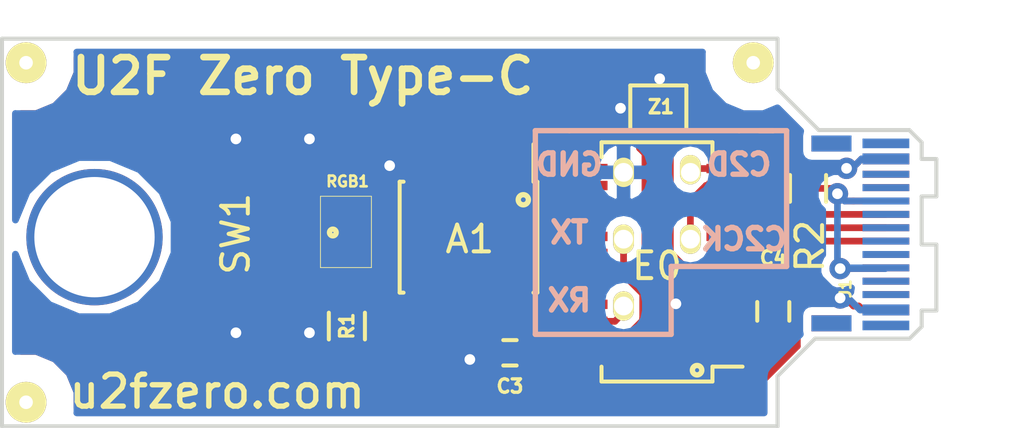
<source format=kicad_pcb>
(kicad_pcb (version 4) (host pcbnew 4.0.5)

  (general
    (links 45)
    (no_connects 5)
    (area 35.174999 28.924999 70.275001 43.575001)
    (thickness 0.8)
    (drawings 41)
    (tracks 242)
    (zones 0)
    (modules 18)
    (nets 42)
  )

  (page User 101.6 101.6)
  (layers
    (0 F.Cu signal)
    (31 B.Cu signal)
    (32 B.Adhes user)
    (33 F.Adhes user)
    (34 B.Paste user)
    (35 F.Paste user)
    (36 B.SilkS user)
    (37 F.SilkS user)
    (38 B.Mask user)
    (39 F.Mask user)
    (40 Dwgs.User user)
    (41 Cmts.User user)
    (42 Eco1.User user)
    (43 Eco2.User user)
    (44 Edge.Cuts user)
    (45 Margin user)
    (46 B.CrtYd user)
    (47 F.CrtYd user)
    (48 B.Fab user)
    (49 F.Fab user)
  )

  (setup
    (last_trace_width 0.25)
    (user_trace_width 0.16)
    (user_trace_width 0.2)
    (trace_clearance 0.153)
    (zone_clearance 0.508)
    (zone_45_only no)
    (trace_min 0.15)
    (segment_width 0.2)
    (edge_width 0.15)
    (via_size 0.8)
    (via_drill 0.4)
    (via_min_size 0.4)
    (via_min_drill 0.3)
    (user_via 5.1 4.5)
    (uvia_size 0.3)
    (uvia_drill 0.1)
    (uvias_allowed no)
    (uvia_min_size 0.2)
    (uvia_min_drill 0.1)
    (pcb_text_width 0.3)
    (pcb_text_size 1.5 1.5)
    (mod_edge_width 0.15)
    (mod_text_size 1 1)
    (mod_text_width 0.15)
    (pad_size 0.78 1.1)
    (pad_drill 0.7)
    (pad_to_mask_clearance 0.1)
    (pad_to_paste_clearance -0.003)
    (aux_axis_origin 36.15 42.6)
    (visible_elements 7FFEFF3F)
    (pcbplotparams
      (layerselection 0x010f0_80000001)
      (usegerberextensions false)
      (excludeedgelayer true)
      (linewidth 0.100000)
      (plotframeref false)
      (viasonmask false)
      (mode 1)
      (useauxorigin false)
      (hpglpennumber 1)
      (hpglpenspeed 20)
      (hpglpendiameter 15)
      (hpglpenoverlay 2)
      (psnegative false)
      (psa4output false)
      (plotreference true)
      (plotvalue true)
      (plotinvisibletext false)
      (padsonsilk false)
      (subtractmaskfromsilk false)
      (outputformat 1)
      (mirror false)
      (drillshape 0)
      (scaleselection 1)
      (outputdirectory gerbers/))
  )

  (net 0 "")
  (net 1 /+5V)
  (net 2 "Net-(A1-Pad7)")
  (net 3 "Net-(A1-Pad6)")
  (net 4 "Net-(A1-Pad5)")
  (net 5 GND)
  (net 6 "Net-(A1-Pad3)")
  (net 7 "Net-(A1-Pad2)")
  (net 8 "Net-(A1-Pad1)")
  (net 9 /HD+)
  (net 10 /HD-)
  (net 11 "Net-(R1-Pad2)")
  (net 12 "Net-(Z1-Pad1)")
  (net 13 /C2CK)
  (net 14 /C2D)
  (net 15 /RX)
  (net 16 /TX)
  (net 17 "Net-(E0-Pad1)")
  (net 18 "Net-(E0-Pad10)")
  (net 19 "Net-(E0-Pad13)")
  (net 20 "Net-(E0-Pad15)")
  (net 21 "Net-(E0-Pad16)")
  (net 22 "Net-(E0-Pad17)")
  (net 23 "Net-(E0-Pad18)")
  (net 24 "Net-(E0-Pad19)")
  (net 25 "Net-(E0-Pad20)")
  (net 26 "Net-(E0-Pad21)")
  (net 27 "Net-(E0-Pad24)")
  (net 28 "Net-(E0-Pad7)")
  (net 29 "Net-(J1-PadSH)")
  (net 30 "Net-(J1-PadA11)")
  (net 31 "Net-(J1-PadA10)")
  (net 32 "Net-(J1-PadA8)")
  (net 33 "Net-(J1-PadA5)")
  (net 34 "Net-(J1-PadA3)")
  (net 35 "Net-(J1-PadA2)")
  (net 36 "Net-(J1-PadB2)")
  (net 37 "Net-(J1-PadB3)")
  (net 38 "Net-(J1-PadB5)")
  (net 39 "Net-(J1-PadB8)")
  (net 40 "Net-(J1-PadB10)")
  (net 41 "Net-(J1-PadB11)")

  (net_class Default "This is the default net class."
    (clearance 0.153)
    (trace_width 0.25)
    (via_dia 0.8)
    (via_drill 0.4)
    (uvia_dia 0.3)
    (uvia_drill 0.1)
    (add_net /+5V)
    (add_net /C2CK)
    (add_net /C2D)
    (add_net /HD+)
    (add_net /HD-)
    (add_net /RX)
    (add_net /TX)
    (add_net GND)
    (add_net "Net-(A1-Pad1)")
    (add_net "Net-(A1-Pad2)")
    (add_net "Net-(A1-Pad3)")
    (add_net "Net-(A1-Pad5)")
    (add_net "Net-(A1-Pad6)")
    (add_net "Net-(A1-Pad7)")
    (add_net "Net-(E0-Pad1)")
    (add_net "Net-(E0-Pad10)")
    (add_net "Net-(E0-Pad13)")
    (add_net "Net-(E0-Pad15)")
    (add_net "Net-(E0-Pad16)")
    (add_net "Net-(E0-Pad17)")
    (add_net "Net-(E0-Pad18)")
    (add_net "Net-(E0-Pad19)")
    (add_net "Net-(E0-Pad20)")
    (add_net "Net-(E0-Pad21)")
    (add_net "Net-(E0-Pad24)")
    (add_net "Net-(E0-Pad7)")
    (add_net "Net-(J1-PadA10)")
    (add_net "Net-(J1-PadA11)")
    (add_net "Net-(J1-PadA2)")
    (add_net "Net-(J1-PadA3)")
    (add_net "Net-(J1-PadA5)")
    (add_net "Net-(J1-PadA8)")
    (add_net "Net-(J1-PadB10)")
    (add_net "Net-(J1-PadB11)")
    (add_net "Net-(J1-PadB2)")
    (add_net "Net-(J1-PadB3)")
    (add_net "Net-(J1-PadB5)")
    (add_net "Net-(J1-PadB8)")
    (add_net "Net-(J1-PadSH)")
    (add_net "Net-(R1-Pad2)")
    (add_net "Net-(Z1-Pad1)")
  )

  (module Capacitors_SMD:C_0402 (layer F.Cu) (tedit 5705CECD) (tstamp 5686DC1D)
    (at 54.25 40.75 180)
    (descr "Capacitor SMD 0402, reflow soldering, AVX (see smccp.pdf)")
    (tags "capacitor 0402")
    (path /56857DEB)
    (attr smd)
    (fp_text reference C3 (at 0 -1.25 180) (layer F.SilkS)
      (effects (font (size 0.5 0.5) (thickness 0.125)))
    )
    (fp_text value 0.1uF (at 0 1.7 180) (layer F.Fab)
      (effects (font (size 1 1) (thickness 0.15)))
    )
    (fp_line (start -1.15 -0.6) (end 1.15 -0.6) (layer F.CrtYd) (width 0.05))
    (fp_line (start -1.15 0.6) (end 1.15 0.6) (layer F.CrtYd) (width 0.05))
    (fp_line (start -1.15 -0.6) (end -1.15 0.6) (layer F.CrtYd) (width 0.05))
    (fp_line (start 1.15 -0.6) (end 1.15 0.6) (layer F.CrtYd) (width 0.05))
    (fp_line (start 0.25 -0.475) (end -0.25 -0.475) (layer F.SilkS) (width 0.15))
    (fp_line (start -0.25 0.475) (end 0.25 0.475) (layer F.SilkS) (width 0.15))
    (pad 1 smd rect (at -0.55 0 180) (size 0.6 0.5) (layers F.Cu F.Paste F.Mask)
      (net 1 /+5V))
    (pad 2 smd rect (at 0.55 0 180) (size 0.6 0.5) (layers F.Cu F.Paste F.Mask)
      (net 5 GND))
    (model Capacitors_SMD.3dshapes/C_0402.wrl
      (at (xyz 0 0 0))
      (scale (xyz 1 1 1))
      (rotate (xyz 0 0 0))
    )
  )

  (module Capacitors_SMD:C_0603 (layer F.Cu) (tedit 5705CECA) (tstamp 5686DC23)
    (at 64.1 39.2 90)
    (descr "Capacitor SMD 0603, reflow soldering, AVX (see smccp.pdf)")
    (tags "capacitor 0603")
    (path /56857E44)
    (attr smd)
    (fp_text reference C4 (at 2 0 180) (layer F.SilkS)
      (effects (font (size 0.5 0.5) (thickness 0.125)))
    )
    (fp_text value 4.7uF (at 0 1.9 90) (layer F.Fab)
      (effects (font (size 1 1) (thickness 0.15)))
    )
    (fp_line (start -1.45 -0.75) (end 1.45 -0.75) (layer F.CrtYd) (width 0.05))
    (fp_line (start -1.45 0.75) (end 1.45 0.75) (layer F.CrtYd) (width 0.05))
    (fp_line (start -1.45 -0.75) (end -1.45 0.75) (layer F.CrtYd) (width 0.05))
    (fp_line (start 1.45 -0.75) (end 1.45 0.75) (layer F.CrtYd) (width 0.05))
    (fp_line (start -0.35 -0.6) (end 0.35 -0.6) (layer F.SilkS) (width 0.15))
    (fp_line (start 0.35 0.6) (end -0.35 0.6) (layer F.SilkS) (width 0.15))
    (pad 1 smd rect (at -0.75 0 90) (size 0.8 0.75) (layers F.Cu F.Paste F.Mask)
      (net 5 GND))
    (pad 2 smd rect (at 0.75 0 90) (size 0.8 0.75) (layers F.Cu F.Paste F.Mask)
      (net 1 /+5V))
    (model Capacitors_SMD.3dshapes/C_0603.wrl
      (at (xyz 0 0 0))
      (scale (xyz 1 1 1))
      (rotate (xyz 0 0 0))
    )
  )

  (module Resistors_SMD:R_0603 (layer F.Cu) (tedit 5705BCA1) (tstamp 5686DC42)
    (at 48.15 39.75 90)
    (descr "Resistor SMD 0603, reflow soldering, Vishay (see dcrcw.pdf)")
    (tags "resistor 0603")
    (path /56857B9B)
    (attr smd)
    (fp_text reference R1 (at 0 0 270) (layer F.SilkS)
      (effects (font (size 0.5 0.5) (thickness 0.125)))
    )
    (fp_text value 100 (at 0 1.9 90) (layer F.Fab)
      (effects (font (size 1 1) (thickness 0.15)))
    )
    (fp_line (start -1.3 -0.8) (end 1.3 -0.8) (layer F.CrtYd) (width 0.05))
    (fp_line (start -1.3 0.8) (end 1.3 0.8) (layer F.CrtYd) (width 0.05))
    (fp_line (start -1.3 -0.8) (end -1.3 0.8) (layer F.CrtYd) (width 0.05))
    (fp_line (start 1.3 -0.8) (end 1.3 0.8) (layer F.CrtYd) (width 0.05))
    (fp_line (start 0.5 0.675) (end -0.5 0.675) (layer F.SilkS) (width 0.15))
    (fp_line (start -0.5 -0.675) (end 0.5 -0.675) (layer F.SilkS) (width 0.15))
    (pad 1 smd rect (at -0.75 0 90) (size 0.5 0.9) (layers F.Cu F.Paste F.Mask)
      (net 1 /+5V))
    (pad 2 smd rect (at 0.75 0 90) (size 0.5 0.9) (layers F.Cu F.Paste F.Mask)
      (net 11 "Net-(R1-Pad2)"))
    (model Resistors_SMD.3dshapes/R_0603.wrl
      (at (xyz 0 0 0))
      (scale (xyz 1 1 1))
      (rotate (xyz 0 0 0))
    )
  )

  (module TO_SOT_Packages_SMD:SOT-553 (layer F.Cu) (tedit 5705CEBA) (tstamp 5686DC5B)
    (at 59.8 31.6)
    (descr SOT553)
    (path /56857EAF)
    (attr smd)
    (fp_text reference Z1 (at 0.1 -0.05) (layer F.SilkS)
      (effects (font (size 0.5 0.5) (thickness 0.125)))
    )
    (fp_text value DF5A5.6JE (at 0 1.34874) (layer F.Fab)
      (effects (font (size 1 1) (thickness 0.15)))
    )
    (fp_line (start -1.04902 -0.8509) (end 1.04902 -0.8509) (layer F.SilkS) (width 0.15))
    (fp_line (start 1.04902 -0.8509) (end 1.04902 0.8509) (layer F.SilkS) (width 0.15))
    (fp_line (start 1.04902 0.8509) (end -1.04902 0.8509) (layer F.SilkS) (width 0.15))
    (fp_line (start -1.04902 0.8509) (end -1.04902 -0.8509) (layer F.SilkS) (width 0.15))
    (pad 1 smd rect (at -0.70104 -0.50038) (size 0.44958 0.29972) (layers F.Cu F.Paste F.Mask)
      (net 12 "Net-(Z1-Pad1)"))
    (pad 3 smd rect (at -0.70104 0.50038) (size 0.44958 0.29972) (layers F.Cu F.Paste F.Mask)
      (net 1 /+5V))
    (pad 5 smd rect (at 0.70104 -0.50038) (size 0.44958 0.29972) (layers F.Cu F.Paste F.Mask)
      (net 9 /HD+))
    (pad 2 smd rect (at -0.70104 0) (size 0.44958 0.29972) (layers F.Cu F.Paste F.Mask)
      (net 5 GND))
    (pad 4 smd rect (at 0.70104 0.50038) (size 0.44958 0.29972) (layers F.Cu F.Paste F.Mask)
      (net 10 /HD-))
    (model TO_SOT_Packages_SMD.3dshapes/SOT-553.wrl
      (at (xyz 0 0 0))
      (scale (xyz 0.77 0.65 0.7))
      (rotate (xyz 0 0 90))
    )
  )

  (module Housings_SOIC:SOIC-8_3.9x4.9mm_Pitch1.27mm (layer F.Cu) (tedit 5705BD2C) (tstamp 5705B9E7)
    (at 52.7 36.425 270)
    (descr "8-Lead Plastic Small Outline (SN) - Narrow, 3.90 mm Body [SOIC] (see Microchip Packaging Specification 00000049BS.pdf)")
    (tags "SOIC 1.27")
    (path /56857313)
    (attr smd)
    (fp_text reference A1 (at 0.075 -0.05 360) (layer F.SilkS)
      (effects (font (size 1 1) (thickness 0.15)))
    )
    (fp_text value ATECC508A (at 0 3.5 270) (layer F.Fab)
      (effects (font (size 1 1) (thickness 0.15)))
    )
    (fp_line (start -3.75 -2.75) (end -3.75 2.75) (layer F.CrtYd) (width 0.05))
    (fp_line (start 3.75 -2.75) (end 3.75 2.75) (layer F.CrtYd) (width 0.05))
    (fp_line (start -3.75 -2.75) (end 3.75 -2.75) (layer F.CrtYd) (width 0.05))
    (fp_line (start -3.75 2.75) (end 3.75 2.75) (layer F.CrtYd) (width 0.05))
    (fp_line (start -2.075 -2.575) (end -2.075 -2.43) (layer F.SilkS) (width 0.15))
    (fp_line (start 2.075 -2.575) (end 2.075 -2.43) (layer F.SilkS) (width 0.15))
    (fp_line (start 2.075 2.575) (end 2.075 2.43) (layer F.SilkS) (width 0.15))
    (fp_line (start -2.075 2.575) (end -2.075 2.43) (layer F.SilkS) (width 0.15))
    (fp_line (start -2.075 -2.575) (end 2.075 -2.575) (layer F.SilkS) (width 0.15))
    (fp_line (start -2.075 2.575) (end 2.075 2.575) (layer F.SilkS) (width 0.15))
    (fp_line (start -2.075 -2.43) (end -3.475 -2.43) (layer F.SilkS) (width 0.15))
    (pad 1 smd rect (at -2.7 -1.905 270) (size 1.55 0.6) (layers F.Cu F.Paste F.Mask)
      (net 8 "Net-(A1-Pad1)"))
    (pad 2 smd rect (at -2.7 -0.635 270) (size 1.55 0.6) (layers F.Cu F.Paste F.Mask)
      (net 7 "Net-(A1-Pad2)"))
    (pad 3 smd rect (at -2.7 0.635 270) (size 1.55 0.6) (layers F.Cu F.Paste F.Mask)
      (net 6 "Net-(A1-Pad3)"))
    (pad 4 smd rect (at -2.7 1.905 270) (size 1.55 0.6) (layers F.Cu F.Paste F.Mask)
      (net 5 GND))
    (pad 5 smd rect (at 2.7 1.905 270) (size 1.55 0.6) (layers F.Cu F.Paste F.Mask)
      (net 4 "Net-(A1-Pad5)"))
    (pad 6 smd rect (at 2.7 0.635 270) (size 1.55 0.6) (layers F.Cu F.Paste F.Mask)
      (net 3 "Net-(A1-Pad6)"))
    (pad 7 smd rect (at 2.7 -0.635 270) (size 1.55 0.6) (layers F.Cu F.Paste F.Mask)
      (net 2 "Net-(A1-Pad7)"))
    (pad 8 smd rect (at 2.7 -1.905 270) (size 1.55 0.6) (layers F.Cu F.Paste F.Mask)
      (net 1 /+5V))
    (model Housings_SOIC.3dshapes/SOIC-8_3.9x4.9mm_Pitch1.27mm.wrl
      (at (xyz 0 0 0))
      (scale (xyz 1 1 1))
      (rotate (xyz 0 0 0))
    )
  )

  (module footprints:debug (layer F.Cu) (tedit 58286ACE) (tstamp 5705B9EC)
    (at 61 36.5)
    (path /56A3F8D6)
    (fp_text reference C2CK1 (at 0.63 -1.5) (layer F.SilkS) hide
      (effects (font (size 1 1) (thickness 0.15)))
    )
    (fp_text value debug-pin (at 1.75 1.25) (layer F.Fab)
      (effects (font (size 1 1) (thickness 0.15)))
    )
    (pad 1 thru_hole oval (at 0 0) (size 0.78 1.1) (drill 0.7) (layers *.Cu *.Mask F.SilkS)
      (net 13 /C2CK))
  )

  (module footprints:debug (layer F.Cu) (tedit 58286B0A) (tstamp 5705B9F1)
    (at 61 34)
    (path /56A3F90D)
    (fp_text reference C2D1 (at 0.7 -5.75) (layer F.SilkS) hide
      (effects (font (size 1 1) (thickness 0.15)))
    )
    (fp_text value debug-pin (at 1.75 1.25) (layer F.Fab)
      (effects (font (size 1 1) (thickness 0.15)))
    )
    (pad 1 thru_hole oval (at 0 0) (size 0.78 1.1) (drill 0.7 (offset 0 -0.1)) (layers *.Cu *.Mask F.SilkS)
      (net 14 /C2D))
  )

  (module footprints:debug (layer F.Cu) (tedit 58286AE9) (tstamp 5705BA1D)
    (at 58.5 39)
    (path /56A3F89E)
    (fp_text reference RX1 (at 0.63 -1.5) (layer F.SilkS) hide
      (effects (font (size 1 1) (thickness 0.15)))
    )
    (fp_text value debug-pin (at 1.75 1.25) (layer F.Fab)
      (effects (font (size 1 1) (thickness 0.15)))
    )
    (pad 1 thru_hole oval (at 0 0) (size 0.78 1.1) (drill 0.7) (layers *.Cu *.Mask F.SilkS)
      (net 15 /RX))
  )

  (module footprints:debug (layer F.Cu) (tedit 58286AE3) (tstamp 5705BA22)
    (at 58.5 36.5)
    (path /56A3F7EB)
    (fp_text reference TX1 (at 0.63 -1.5) (layer F.SilkS) hide
      (effects (font (size 1 1) (thickness 0.15)))
    )
    (fp_text value debug-pin (at 1.75 1.25) (layer F.Fab)
      (effects (font (size 1 1) (thickness 0.15)))
    )
    (pad 1 thru_hole oval (at 0 0) (size 0.78 1.1) (drill 0.7) (layers *.Cu *.Mask F.SilkS)
      (net 16 /TX))
  )

  (module footprints:debug (layer F.Cu) (tedit 58286ADD) (tstamp 5705D0B1)
    (at 58.5 34)
    (path /570602D3)
    (fp_text reference GND1 (at 0.63 -1.5) (layer F.SilkS) hide
      (effects (font (size 1 1) (thickness 0.15)))
    )
    (fp_text value debug-pin (at 1.75 1.25) (layer F.Fab)
      (effects (font (size 1 1) (thickness 0.15)))
    )
    (pad 1 thru_hole oval (at 0 0) (size 0.78 1.1) (drill 0.7) (layers *.Cu *.Mask F.SilkS)
      (net 5 GND))
  )

  (module footprints:QSOP-24_3.9x8.7mm_Pitch0.635mm_fat (layer F.Cu) (tedit 571C16FD) (tstamp 571C25E8)
    (at 59.75 37.35 180)
    (descr "SSOP24: plastic shrink small outline package; 24 leads; body width 3.9 mm; lead pitch 0.635; (see NXP SSOP-TSSOP-VSO-REFLOW.pdf and sot556-1_po.pdf)")
    (tags "SSOP 0.635")
    (path /5705BC18)
    (attr smd)
    (fp_text reference E0 (at 0 -0.15 180) (layer F.SilkS)
      (effects (font (size 1 1) (thickness 0.15)))
    )
    (fp_text value EFM8UB1_24pin (at 0 5.4 180) (layer F.Fab)
      (effects (font (size 1 1) (thickness 0.15)))
    )
    (fp_line (start -3.45 -4.65) (end -3.45 4.65) (layer F.CrtYd) (width 0.05))
    (fp_line (start 3.45 -4.65) (end 3.45 4.65) (layer F.CrtYd) (width 0.05))
    (fp_line (start -3.45 -4.65) (end 3.45 -4.65) (layer F.CrtYd) (width 0.05))
    (fp_line (start -3.45 4.65) (end 3.45 4.65) (layer F.CrtYd) (width 0.05))
    (fp_line (start -2.075 -4.475) (end -2.075 -3.9175) (layer F.SilkS) (width 0.15))
    (fp_line (start 2.075 -4.475) (end 2.075 -3.9175) (layer F.SilkS) (width 0.15))
    (fp_line (start 2.075 4.475) (end 2.075 3.9175) (layer F.SilkS) (width 0.15))
    (fp_line (start -2.075 4.475) (end -2.075 3.9175) (layer F.SilkS) (width 0.15))
    (fp_line (start -2.075 -4.475) (end 2.075 -4.475) (layer F.SilkS) (width 0.15))
    (fp_line (start -2.075 4.475) (end 2.075 4.475) (layer F.SilkS) (width 0.15))
    (fp_line (start -2.075 -3.9175) (end -3.2 -3.9175) (layer F.SilkS) (width 0.15))
    (pad 1 smd rect (at -2.6 -3.4925 180) (size 1.5 0.35) (layers F.Cu F.Paste F.Mask)
      (net 17 "Net-(E0-Pad1)"))
    (pad 2 smd rect (at -2.6 -2.8575 180) (size 1.5 0.35) (layers F.Cu F.Paste F.Mask)
      (net 3 "Net-(A1-Pad6)"))
    (pad 3 smd rect (at -2.6 -2.2225 180) (size 1.5 0.35) (layers F.Cu F.Paste F.Mask)
      (net 4 "Net-(A1-Pad5)"))
    (pad 4 smd rect (at -2.6 -1.5875 180) (size 1.5 0.35) (layers F.Cu F.Paste F.Mask)
      (net 5 GND))
    (pad 5 smd rect (at -2.6 -0.9525 180) (size 1.5 0.35) (layers F.Cu F.Paste F.Mask)
      (net 9 /HD+))
    (pad 6 smd rect (at -2.6 -0.3175 180) (size 1.5 0.35) (layers F.Cu F.Paste F.Mask)
      (net 10 /HD-))
    (pad 7 smd rect (at -2.6 0.3175 180) (size 1.5 0.35) (layers F.Cu F.Paste F.Mask)
      (net 28 "Net-(E0-Pad7)"))
    (pad 8 smd rect (at -2.6 0.9525 180) (size 1.5 0.35) (layers F.Cu F.Paste F.Mask)
      (net 28 "Net-(E0-Pad7)"))
    (pad 9 smd rect (at -2.6 1.5875 180) (size 1.5 0.35) (layers F.Cu F.Paste F.Mask)
      (net 1 /+5V))
    (pad 10 smd rect (at -2.6 2.2225 180) (size 1.5 0.35) (layers F.Cu F.Paste F.Mask)
      (net 18 "Net-(E0-Pad10)"))
    (pad 11 smd rect (at -2.6 2.8575 180) (size 1.5 0.35) (layers F.Cu F.Paste F.Mask)
      (net 13 /C2CK))
    (pad 12 smd rect (at -2.6 3.4925 180) (size 1.5 0.35) (layers F.Cu F.Paste F.Mask)
      (net 14 /C2D))
    (pad 13 smd rect (at 2.6 3.4925 180) (size 1.5 0.35) (layers F.Cu F.Paste F.Mask)
      (net 19 "Net-(E0-Pad13)"))
    (pad 14 smd rect (at 2.6 2.8575 180) (size 1.5 0.35) (layers F.Cu F.Paste F.Mask)
      (net 19 "Net-(E0-Pad13)"))
    (pad 15 smd rect (at 2.6 2.2225 180) (size 1.5 0.35) (layers F.Cu F.Paste F.Mask)
      (net 20 "Net-(E0-Pad15)"))
    (pad 16 smd rect (at 2.6 1.5875 180) (size 1.5 0.35) (layers F.Cu F.Paste F.Mask)
      (net 21 "Net-(E0-Pad16)"))
    (pad 17 smd rect (at 2.6 0.9525 180) (size 1.5 0.35) (layers F.Cu F.Paste F.Mask)
      (net 22 "Net-(E0-Pad17)"))
    (pad 18 smd rect (at 2.6 0.3175 180) (size 1.5 0.35) (layers F.Cu F.Paste F.Mask)
      (net 23 "Net-(E0-Pad18)"))
    (pad 19 smd rect (at 2.6 -0.3175 180) (size 1.5 0.35) (layers F.Cu F.Paste F.Mask)
      (net 24 "Net-(E0-Pad19)"))
    (pad 20 smd rect (at 2.6 -0.9525 180) (size 1.5 0.35) (layers F.Cu F.Paste F.Mask)
      (net 25 "Net-(E0-Pad20)"))
    (pad 21 smd rect (at 2.6 -1.5875 180) (size 1.5 0.35) (layers F.Cu F.Paste F.Mask)
      (net 26 "Net-(E0-Pad21)"))
    (pad 22 smd rect (at 2.6 -2.2225 180) (size 1.5 0.35) (layers F.Cu F.Paste F.Mask)
      (net 15 /RX))
    (pad 23 smd rect (at 2.6 -2.8575 180) (size 1.5 0.35) (layers F.Cu F.Paste F.Mask)
      (net 16 /TX))
    (pad 24 smd rect (at 2.6 -3.4925 180) (size 1.5 0.35) (layers F.Cu F.Paste F.Mask)
      (net 27 "Net-(E0-Pad24)"))
    (model Housings_SSOP.3dshapes/SSOP-24_3.9x8.7mm_Pitch0.635mm.wrl
      (at (xyz 0 0 0))
      (scale (xyz 1 1 1))
      (rotate (xyz 0 0 0))
    )
  )

  (module footprints:u2f-button (layer F.Cu) (tedit 571CDF8F) (tstamp 571CE173)
    (at 43.9 36.45 90)
    (path /5685E9F9)
    (attr smd)
    (fp_text reference SW1 (at 0.15 0.09 90) (layer F.SilkS)
      (effects (font (size 1 1) (thickness 0.15)))
    )
    (fp_text value SW_PUSH (at -0.28 3.13 90) (layer F.Fab)
      (effects (font (size 1 1) (thickness 0.15)))
    )
    (pad 1 smd rect (at -3.6 -1.56 90) (size 1.6 1.4) (layers F.Cu F.Paste F.Mask)
      (net 19 "Net-(E0-Pad13)"))
    (pad 1 smd rect (at 3.6 -1.56 90) (size 1.6 1.4) (layers F.Cu F.Paste F.Mask)
      (net 19 "Net-(E0-Pad13)"))
    (pad 2 smd rect (at 3.6 1.44 90) (size 1.6 1.4) (layers F.Cu F.Paste F.Mask)
      (net 5 GND))
    (pad 2 smd rect (at -3.6 1.44 90) (size 1.6 1.4) (layers F.Cu F.Paste F.Mask)
      (net 5 GND))
  )

  (module footprints:LED-0606 (layer F.Cu) (tedit 5686CF1E) (tstamp 571CE288)
    (at 48.1 36.25)
    (path /5686DEFD)
    (attr smd)
    (fp_text reference RGB1 (at 0.07546 -1.90872) (layer F.SilkS)
      (effects (font (size 0.4 0.4) (thickness 0.1)))
    )
    (fp_text value CA_RGB (at 0.0145 1.70824) (layer F.Fab) hide
      (effects (font (size 0.4 0.4) (thickness 0.1)))
    )
    (fp_line (start -0.938 -1.355) (end 0.967 -1.355) (layer F.SilkS) (width 0.03))
    (fp_line (start 0.967 -1.355) (end 0.967 1.312) (layer F.SilkS) (width 0.03))
    (fp_line (start 0.967 1.312) (end -0.938 1.312) (layer F.SilkS) (width 0.03))
    (fp_line (start -0.938 1.312) (end -0.938 -1.355) (layer F.SilkS) (width 0.03))
    (pad 1 smd rect (at -0.43 -0.72) (size 0.65 0.85) (layers F.Cu F.Paste F.Mask)
      (net 23 "Net-(E0-Pad18)"))
    (pad 2 smd rect (at 0.42 -0.72) (size 0.65 0.85) (layers F.Cu F.Paste F.Mask)
      (net 24 "Net-(E0-Pad19)"))
    (pad 3 smd rect (at 0.42 0.73) (size 0.65 0.85) (layers F.Cu F.Paste F.Mask)
      (net 25 "Net-(E0-Pad20)"))
    (pad 4 smd rect (at -0.43 0.73) (size 0.65 0.85) (layers F.Cu F.Paste F.Mask)
      (net 11 "Net-(R1-Pad2)"))
  )

  (module footprints:u2f-fiducial (layer F.Cu) (tedit 571CE320) (tstamp 571CE3A7)
    (at 36.15 42.6)
    (path /571C39BB)
    (fp_text reference F1 (at 0.1 -1.4) (layer F.SilkS) hide
      (effects (font (size 1 1) (thickness 0.15)))
    )
    (fp_text value u2f-fiducial (at 5.3848 -1.4986) (layer F.Fab)
      (effects (font (size 1 1) (thickness 0.15)))
    )
    (pad 1 thru_hole circle (at 0 0) (size 1.524 1.524) (drill 0.508) (layers *.Cu *.Mask F.SilkS)
      (solder_mask_margin 1.016) (clearance 1.016))
  )

  (module footprints:u2f-fiducial (layer F.Cu) (tedit 571CE320) (tstamp 571CE3AC)
    (at 36.15 29.9)
    (path /571C3A1E)
    (fp_text reference F2 (at 0.1 -1.4) (layer F.SilkS) hide
      (effects (font (size 1 1) (thickness 0.15)))
    )
    (fp_text value u2f-fiducial (at 5.3848 -1.4986) (layer F.Fab)
      (effects (font (size 1 1) (thickness 0.15)))
    )
    (pad 1 thru_hole circle (at 0 0) (size 1.524 1.524) (drill 0.508) (layers *.Cu *.Mask F.SilkS)
      (solder_mask_margin 1.016) (clearance 1.016))
  )

  (module footprints:u2f-fiducial (layer F.Cu) (tedit 571CE320) (tstamp 571CE3B1)
    (at 63.35 29.9)
    (path /571C3A85)
    (fp_text reference F3 (at 0.1 -1.4) (layer F.SilkS) hide
      (effects (font (size 1 1) (thickness 0.15)))
    )
    (fp_text value u2f-fiducial (at 5.3848 -1.4986) (layer F.Fab)
      (effects (font (size 1 1) (thickness 0.15)))
    )
    (pad 1 thru_hole circle (at 0 0) (size 1.524 1.524) (drill 0.508) (layers *.Cu *.Mask F.SilkS)
      (solder_mask_margin 1.016) (clearance 1.016))
  )

  (module Resistors_SMD:R_0603 (layer F.Cu) (tedit 589486EA) (tstamp 58947D92)
    (at 65.4 34.6 270)
    (descr "Resistor SMD 0603, reflow soldering, Vishay (see dcrcw.pdf)")
    (tags "resistor 0603")
    (path /58932FFD)
    (attr smd)
    (fp_text reference R2 (at 2.16 -0.07 270) (layer F.SilkS)
      (effects (font (size 1 1) (thickness 0.15)))
    )
    (fp_text value 5.1K (at 0 1.9 270) (layer F.Fab)
      (effects (font (size 1 1) (thickness 0.15)))
    )
    (fp_line (start -0.8 0.4) (end -0.8 -0.4) (layer F.Fab) (width 0.1))
    (fp_line (start 0.8 0.4) (end -0.8 0.4) (layer F.Fab) (width 0.1))
    (fp_line (start 0.8 -0.4) (end 0.8 0.4) (layer F.Fab) (width 0.1))
    (fp_line (start -0.8 -0.4) (end 0.8 -0.4) (layer F.Fab) (width 0.1))
    (fp_line (start -1.3 -0.8) (end 1.3 -0.8) (layer F.CrtYd) (width 0.05))
    (fp_line (start -1.3 0.8) (end 1.3 0.8) (layer F.CrtYd) (width 0.05))
    (fp_line (start -1.3 -0.8) (end -1.3 0.8) (layer F.CrtYd) (width 0.05))
    (fp_line (start 1.3 -0.8) (end 1.3 0.8) (layer F.CrtYd) (width 0.05))
    (fp_line (start 0.5 0.675) (end -0.5 0.675) (layer F.SilkS) (width 0.15))
    (fp_line (start -0.5 -0.675) (end 0.5 -0.675) (layer F.SilkS) (width 0.15))
    (pad 1 smd rect (at -0.75 0 270) (size 0.5 0.9) (layers F.Cu F.Paste F.Mask)
      (net 5 GND))
    (pad 2 smd rect (at 0.75 0 270) (size 0.5 0.9) (layers F.Cu F.Paste F.Mask)
      (net 33 "Net-(J1-PadA5)"))
    (model Resistors_SMD.3dshapes/R_0603.wrl
      (at (xyz 0 0 0))
      (scale (xyz 1 1 1))
      (rotate (xyz 0 0 0))
    )
  )

  (module footprints:USB-TypeC-Male (layer F.Cu) (tedit 58948B63) (tstamp 58947D82)
    (at 68.326 36.322)
    (path /58932C94)
    (attr smd)
    (fp_text reference J1 (at -1.524 2.032 90) (layer F.SilkS)
      (effects (font (size 0.4 0.4) (thickness 0.1)))
    )
    (fp_text value DX07P024AJ1 (at -1.524 -0.508 90) (layer F.Fab) hide
      (effects (font (size 0.4 0.4) (thickness 0.1)))
    )
    (fp_line (start 0.875 3.9) (end 1.325 3.6) (layer F.Fab) (width 0.15))
    (fp_line (start 0.875 -3.9) (end 1.325 -3.6) (layer F.Fab) (width 0.15))
    (fp_line (start 1.325 0.375) (end 1.325 -1.425) (layer F.Fab) (width 0.15))
    (fp_line (start 1.325 -1.425) (end 1.875 -1.425) (layer F.Fab) (width 0.15))
    (fp_line (start 1.875 -1.425) (end 1.875 -2.825) (layer F.Fab) (width 0.15))
    (fp_line (start 1.325 -2.825) (end 1.875 -2.825) (layer F.Fab) (width 0.15))
    (fp_line (start 1.325 -2.825) (end 1.325 -3.6) (layer F.Fab) (width 0.15))
    (fp_line (start 1.325 0.375) (end 1.875 0.375) (layer F.Fab) (width 0.15))
    (fp_line (start 1.875 2.85) (end 1.875 0.375) (layer F.Fab) (width 0.15))
    (fp_line (start 1.325 2.85) (end 1.875 2.85) (layer F.Fab) (width 0.15))
    (fp_line (start 1.325 3.6) (end 1.325 2.85) (layer F.Fab) (width 0.15))
    (fp_line (start 0.875 3.9) (end -1.275 3.9) (layer F.Fab) (width 0.15))
    (fp_line (start 0.875 -3.9) (end -1.275 -3.9) (layer F.Fab) (width 0.15))
    (pad SH smd rect (at -2.05 -3.4 90) (size 0.6 1.5) (layers F.Cu F.Paste F.Mask)
      (net 29 "Net-(J1-PadSH)"))
    (pad SH smd rect (at -2.05 3.325 90) (size 0.6 1.5) (layers F.Cu F.Paste F.Mask)
      (net 29 "Net-(J1-PadSH)"))
    (pad A12 smd rect (at -0.014 2.825 90) (size 0.41 1.75) (layers F.Cu F.Paste F.Mask)
      (net 5 GND))
    (pad A11 smd rect (at -0.014 2.25 90) (size 0.26 1.75) (layers F.Cu F.Paste F.Mask)
      (net 30 "Net-(J1-PadA11)"))
    (pad A10 smd rect (at -0.014 1.75 90) (size 0.26 1.75) (layers F.Cu F.Paste F.Mask)
      (net 31 "Net-(J1-PadA10)"))
    (pad A9 smd rect (at -0.014 1.25 90) (size 0.26 1.75) (layers F.Cu F.Paste F.Mask)
      (net 1 /+5V))
    (pad A8 smd rect (at -0.014 0.75 90) (size 0.26 1.75) (layers F.Cu F.Paste F.Mask)
      (net 32 "Net-(J1-PadA8)"))
    (pad A7 smd rect (at -0.014 0.25 90) (size 0.26 1.75) (layers F.Cu F.Paste F.Mask)
      (net 10 /HD-))
    (pad A6 smd rect (at -0.014 -0.25 90) (size 0.26 1.75) (layers F.Cu F.Paste F.Mask)
      (net 9 /HD+))
    (pad A5 smd rect (at -0.014 -0.75 90) (size 0.26 1.75) (layers F.Cu F.Paste F.Mask)
      (net 33 "Net-(J1-PadA5)"))
    (pad A4 smd rect (at -0.014 -1.25 90) (size 0.26 1.75) (layers F.Cu F.Paste F.Mask)
      (net 1 /+5V))
    (pad A3 smd rect (at -0.014 -1.75 90) (size 0.26 1.75) (layers F.Cu F.Paste F.Mask)
      (net 34 "Net-(J1-PadA3)"))
    (pad A2 smd rect (at -0.014 -2.25 90) (size 0.26 1.75) (layers F.Cu F.Paste F.Mask)
      (net 35 "Net-(J1-PadA2)"))
    (pad A1 smd rect (at -0.014 -2.825 90) (size 0.41 1.75) (layers F.Cu F.Paste F.Mask)
      (net 5 GND))
    (pad SH smd rect (at -2.05 -3.4 90) (size 0.6 1.5) (layers B.Cu B.Paste B.Mask)
      (net 29 "Net-(J1-PadSH)"))
    (pad SH smd rect (at -2.05 3.325 90) (size 0.6 1.5) (layers B.Cu B.Paste B.Mask)
      (net 29 "Net-(J1-PadSH)"))
    (pad B1 smd rect (at -0.014 2.825 90) (size 0.41 1.75) (layers B.Cu B.Paste B.Mask)
      (net 5 GND))
    (pad B2 smd rect (at -0.014 2.25 90) (size 0.26 1.75) (layers B.Cu B.Paste B.Mask)
      (net 36 "Net-(J1-PadB2)"))
    (pad B3 smd rect (at -0.014 1.75 90) (size 0.26 1.75) (layers B.Cu B.Paste B.Mask)
      (net 37 "Net-(J1-PadB3)"))
    (pad B4 smd rect (at -0.014 1.25 90) (size 0.26 1.75) (layers B.Cu B.Paste B.Mask)
      (net 1 /+5V))
    (pad B5 smd rect (at -0.014 0.75 90) (size 0.26 1.75) (layers B.Cu B.Paste B.Mask)
      (net 38 "Net-(J1-PadB5)"))
    (pad B6 smd rect (at -0.014 0.25 90) (size 0.26 1.75) (layers B.Cu B.Paste B.Mask))
    (pad B7 smd rect (at -0.014 -0.25 90) (size 0.26 1.75) (layers B.Cu B.Paste B.Mask))
    (pad B8 smd rect (at -0.014 -0.75 90) (size 0.26 1.75) (layers B.Cu B.Paste B.Mask)
      (net 39 "Net-(J1-PadB8)"))
    (pad B9 smd rect (at -0.014 -1.25 90) (size 0.26 1.75) (layers B.Cu B.Paste B.Mask)
      (net 1 /+5V))
    (pad B10 smd rect (at -0.014 -1.75 90) (size 0.26 1.75) (layers B.Cu B.Paste B.Mask)
      (net 40 "Net-(J1-PadB10)"))
    (pad B11 smd rect (at -0.014 -2.25 90) (size 0.26 1.75) (layers B.Cu B.Paste B.Mask)
      (net 41 "Net-(J1-PadB11)"))
    (pad B12 smd rect (at -0.014 -2.825 90) (size 0.41 1.75) (layers B.Cu B.Paste B.Mask)
      (net 5 GND))
    (pad SH smd rect (at -0.014 -3.405 90) (size 0.36 1.75) (layers B.Cu B.Paste B.Mask)
      (net 29 "Net-(J1-PadSH)"))
    (pad SH smd rect (at -0.014 3.405 90) (size 0.36 1.75) (layers B.Cu B.Paste B.Mask)
      (net 29 "Net-(J1-PadSH)"))
    (model k3d-dx07p024aj1-v1.wrl
      (at (xyz -0.065 0.1624 0.0472))
      (scale (xyz 0.3937 0.3937 0.3937))
      (rotate (xyz 180 0 90))
    )
  )

  (gr_line (start 65.8 32.42) (end 64.26 30.88) (angle 90) (layer Edge.Cuts) (width 0.15) (tstamp 58948F61))
  (gr_line (start 64.26 29) (end 64.26 30.88) (angle 90) (layer Edge.Cuts) (width 0.15) (tstamp 58948F5F))
  (gr_line (start 69.2 40.22) (end 69.65 39.77) (angle 90) (layer Edge.Cuts) (width 0.15))
  (gr_line (start 64.26 41.62) (end 64.26 43.5) (angle 90) (layer Edge.Cuts) (width 0.15))
  (gr_line (start 65.66 40.22) (end 64.26 41.62) (angle 90) (layer Edge.Cuts) (width 0.15))
  (gr_line (start 69.19 40.22) (end 65.66 40.22) (angle 90) (layer Edge.Cuts) (width 0.15))
  (gr_line (start 69.65 39.17) (end 69.65 39.77) (angle 90) (layer Edge.Cuts) (width 0.15))
  (gr_line (start 70.2 39.17) (end 69.65 39.17) (angle 90) (layer Edge.Cuts) (width 0.15))
  (gr_line (start 70.2 36.7) (end 70.2 39.17) (angle 90) (layer Edge.Cuts) (width 0.15))
  (gr_line (start 69.65 36.7) (end 70.2 36.7) (angle 90) (layer Edge.Cuts) (width 0.15))
  (gr_line (start 69.65 34.9) (end 69.65 36.7) (angle 90) (layer Edge.Cuts) (width 0.15))
  (gr_line (start 70.2 34.9) (end 69.65 34.9) (angle 90) (layer Edge.Cuts) (width 0.15))
  (gr_line (start 70.2 33.5) (end 70.2 34.9) (angle 90) (layer Edge.Cuts) (width 0.15))
  (gr_line (start 69.65 33.5) (end 70.2 33.5) (angle 90) (layer Edge.Cuts) (width 0.15))
  (gr_line (start 69.65 32.88) (end 69.65 33.5) (angle 90) (layer Edge.Cuts) (width 0.15))
  (gr_line (start 69.19 32.42) (end 69.65 32.88) (angle 90) (layer Edge.Cuts) (width 0.15))
  (gr_line (start 65.8 32.42) (end 69.19 32.42) (angle 90) (layer Edge.Cuts) (width 0.15))
  (gr_line (start 64.09 32.44) (end 63.582 32.44) (angle 90) (layer B.SilkS) (width 0.2))
  (gr_line (start 64.598 32.44) (end 64.09 32.44) (angle 90) (layer B.SilkS) (width 0.2))
  (gr_line (start 64.598 37.52) (end 64.598 32.44) (angle 90) (layer B.SilkS) (width 0.2))
  (gr_line (start 64.09 37.52) (end 64.598 37.52) (angle 90) (layer B.SilkS) (width 0.2))
  (gr_text "C2CK\n" (at 63 36.5) (layer B.SilkS)
    (effects (font (size 0.8 0.8) (thickness 0.2)) (justify mirror))
  )
  (gr_text C2D (at 62.82 33.71) (layer B.SilkS)
    (effects (font (size 0.8 0.8) (thickness 0.2)) (justify mirror))
  )
  (gr_text RX (at 56.47 38.79) (layer B.SilkS)
    (effects (font (size 0.8 0.8) (thickness 0.2)) (justify mirror))
  )
  (gr_text TX (at 56.47 36.25) (layer B.SilkS)
    (effects (font (size 0.8 0.8) (thickness 0.2)) (justify mirror))
  )
  (gr_text GND (at 56.47 33.71) (layer B.SilkS)
    (effects (font (size 0.8 0.8) (thickness 0.2)) (justify mirror))
  )
  (gr_line (start 55.2 32.44) (end 56.47 32.44) (angle 90) (layer B.SilkS) (width 0.2))
  (gr_line (start 55.2 40.06) (end 55.2 32.44) (angle 90) (layer B.SilkS) (width 0.2))
  (gr_line (start 60.28 40.06) (end 55.2 40.06) (angle 90) (layer B.SilkS) (width 0.2))
  (gr_line (start 60.28 37.52) (end 60.28 40.06) (angle 90) (layer B.SilkS) (width 0.2))
  (gr_line (start 64.09 37.52) (end 60.28 37.52) (angle 90) (layer B.SilkS) (width 0.2))
  (gr_line (start 62.82 32.44) (end 64.09 32.44) (angle 90) (layer B.SilkS) (width 0.2))
  (gr_line (start 56.47 32.44) (end 62.82 32.44) (angle 90) (layer B.SilkS) (width 0.2))
  (gr_circle (center 61.25 41.4) (end 61.375 41.275) (layer F.SilkS) (width 0.2))
  (gr_circle (center 54.75 35.025) (end 54.675 35.075) (layer F.SilkS) (width 0.2))
  (gr_circle (center 47.625 36.25) (end 47.625 36.225) (layer F.SilkS) (width 0.2))
  (gr_line (start 35.25 43.5) (end 64.26 43.5) (angle 90) (layer Edge.Cuts) (width 0.15))
  (gr_line (start 35.25 29) (end 35.25 43.5) (angle 90) (layer Edge.Cuts) (width 0.15))
  (gr_line (start 64.26 29) (end 35.25 29) (angle 90) (layer Edge.Cuts) (width 0.15))
  (gr_text u2fzero.com (at 43.3 42.2) (layer F.SilkS)
    (effects (font (size 1.2 1.2) (thickness 0.2)))
  )
  (gr_text "U2F Zero Type-C" (at 46.5 30.4) (layer F.SilkS)
    (effects (font (size 1.3 1.3) (thickness 0.25)))
  )

  (via (at 38.7096 36.4236) (size 5.1) (drill 4.5) (layers F.Cu B.Cu) (net 0))
  (segment (start 66.5 34.8) (end 66.772 35.072) (width 0.25) (layer B.Cu) (net 1))
  (segment (start 66.772 35.072) (end 68.312 35.072) (width 0.25) (layer B.Cu) (net 1) (tstamp 5894864D))
  (segment (start 66.6 37.6) (end 66.628 37.572) (width 0.25) (layer B.Cu) (net 1))
  (segment (start 66.628 37.572) (end 68.312 37.572) (width 0.25) (layer B.Cu) (net 1) (tstamp 58948648))
  (segment (start 66.5 34.8) (end 66.5 37.5) (width 0.25) (layer B.Cu) (net 1))
  (via (at 66.5 34.8) (size 0.8) (drill 0.4) (layers F.Cu B.Cu) (net 1))
  (segment (start 64.850002 34.6) (end 66.3 34.6) (width 0.25) (layer F.Cu) (net 1))
  (segment (start 64.601104 32.8) (end 64.131084 32.32998) (width 0.25) (layer F.Cu) (net 1))
  (segment (start 64.131084 32.32998) (end 62.381084 32.32998) (width 0.25) (layer F.Cu) (net 1))
  (segment (start 62.381084 32.32998) (end 61.71001 31.658906) (width 0.25) (layer F.Cu) (net 1))
  (segment (start 60.264999 29.764999) (end 58.985001 29.764999) (width 0.25) (layer F.Cu) (net 1))
  (segment (start 59.09896 32.10038) (end 58.86239 32.33695) (width 0.25) (layer F.Cu) (net 1))
  (segment (start 58.033004 32.33695) (end 58.86239 32.33695) (width 0.25) (layer F.Cu) (net 1))
  (segment (start 57.650804 31.95475) (end 58.033004 32.33695) (width 0.25) (layer F.Cu) (net 1))
  (segment (start 57.650804 31.099196) (end 57.650804 31.95475) (width 0.25) (layer F.Cu) (net 1))
  (segment (start 58.985001 29.764999) (end 57.650804 31.099196) (width 0.25) (layer F.Cu) (net 1))
  (segment (start 61.25 31.198028) (end 61.25 30.75) (width 0.25) (layer F.Cu) (net 1))
  (segment (start 61.71001 31.658906) (end 61.710009 31.658037) (width 0.25) (layer F.Cu) (net 1))
  (segment (start 61.710009 31.658037) (end 61.25 31.198028) (width 0.25) (layer F.Cu) (net 1))
  (segment (start 61.25 30.75) (end 60.264999 29.764999) (width 0.25) (layer F.Cu) (net 1))
  (segment (start 64.850002 34.6) (end 64.550002 34.3) (width 0.25) (layer F.Cu) (net 1) (tstamp 5894826A))
  (segment (start 64.550002 32.748898) (end 64.601104 32.8) (width 0.25) (layer F.Cu) (net 1) (tstamp 589482DC))
  (segment (start 64.550002 34.3) (end 64.550002 32.748898) (width 0.25) (layer F.Cu) (net 1))
  (segment (start 66.3 34.6) (end 66.5 34.8) (width 0.25) (layer F.Cu) (net 1) (tstamp 589485A1))
  (segment (start 67.1 35.072) (end 66.772 35.072) (width 0.25) (layer F.Cu) (net 1))
  (segment (start 66.5 34.8) (end 66.45 34.85) (width 0.25) (layer F.Cu) (net 1) (tstamp 58948399))
  (segment (start 66.6 37.6) (end 68.284 37.6) (width 0.25) (layer B.Cu) (net 1))
  (segment (start 68.284 37.6) (end 68.312 37.572) (width 0.25) (layer B.Cu) (net 1) (tstamp 58948384))
  (segment (start 68.312 37.572) (end 68.284 37.6) (width 0.25) (layer F.Cu) (net 1))
  (segment (start 68.284 37.6) (end 66.6 37.6) (width 0.25) (layer F.Cu) (net 1) (tstamp 58948322))
  (via (at 66.6 37.6) (size 0.8) (drill 0.4) (layers F.Cu B.Cu) (net 1))
  (segment (start 67.072 35.072) (end 67.1 35.072) (width 0.25) (layer F.Cu) (net 1))
  (segment (start 67.1 35.072) (end 68.312 35.072) (width 0.25) (layer F.Cu) (net 1) (tstamp 58948507))
  (segment (start 64.1 38.45) (end 64.1 38.662501) (width 0.25) (layer F.Cu) (net 1))
  (segment (start 63.962501 38.2) (end 63.95 38.2) (width 0.25) (layer F.Cu) (net 1))
  (segment (start 64.1 38.662501) (end 63.962501 38.2) (width 0.25) (layer F.Cu) (net 1) (tstamp 589481C3))
  (segment (start 65 40.5) (end 65 39.35) (width 0.25) (layer F.Cu) (net 1))
  (segment (start 65 39.35) (end 64.1 38.45) (width 0.25) (layer F.Cu) (net 1) (tstamp 589481B8))
  (segment (start 54.8 41.3) (end 54.8 40.75) (width 0.25) (layer F.Cu) (net 1))
  (segment (start 58.17719 41.54999) (end 55.04999 41.54999) (width 0.25) (layer F.Cu) (net 1))
  (segment (start 59.665011 40.062169) (end 58.17719 41.54999) (width 0.25) (layer F.Cu) (net 1))
  (segment (start 59.29999 37.992404) (end 59.665011 38.357425) (width 0.25) (layer F.Cu) (net 1))
  (segment (start 59.09896 32.10038) (end 59.09896 33.09896) (width 0.25) (layer F.Cu) (net 1))
  (segment (start 59.09896 33.09896) (end 59.29999 33.29999) (width 0.25) (layer F.Cu) (net 1))
  (segment (start 59.29999 33.29999) (end 59.29999 37.992404) (width 0.25) (layer F.Cu) (net 1))
  (segment (start 55.04999 41.54999) (end 54.8 41.3) (width 0.25) (layer F.Cu) (net 1))
  (segment (start 59.665011 38.357425) (end 59.665011 40.062169) (width 0.25) (layer F.Cu) (net 1))
  (segment (start 59.046683 32.152657) (end 59.09896 32.10038) (width 0.25) (layer F.Cu) (net 1))
  (segment (start 49.5 40.25) (end 49.5 41.25) (width 0.25) (layer F.Cu) (net 1))
  (segment (start 62.54999 42.95001) (end 65 40.5) (width 0.25) (layer F.Cu) (net 1))
  (segment (start 51.20001 42.95001) (end 62.54999 42.95001) (width 0.25) (layer F.Cu) (net 1))
  (segment (start 49.5 41.25) (end 51.20001 42.95001) (width 0.25) (layer F.Cu) (net 1))
  (segment (start 49.5 40.25) (end 49.25 40.5) (width 0.25) (layer F.Cu) (net 1))
  (segment (start 49.25 40.5) (end 48.15 40.5) (width 0.25) (layer F.Cu) (net 1))
  (segment (start 49.5 38.5) (end 49.5 40.25) (width 0.25) (layer F.Cu) (net 1))
  (segment (start 51 37) (end 49.5 38.5) (width 0.25) (layer F.Cu) (net 1))
  (segment (start 53.5 37) (end 51 37) (width 0.25) (layer F.Cu) (net 1))
  (segment (start 54.605 38.105) (end 53.5 37) (width 0.25) (layer F.Cu) (net 1))
  (segment (start 54.605 39.125) (end 54.605 38.105) (width 0.25) (layer F.Cu) (net 1))
  (segment (start 54.8 40.55) (end 54.605 40.355) (width 0.25) (layer F.Cu) (net 1))
  (segment (start 54.605 40.355) (end 54.605 39.125) (width 0.25) (layer F.Cu) (net 1))
  (segment (start 54.8 40.75) (end 54.8 40.55) (width 0.25) (layer F.Cu) (net 1))
  (segment (start 63.95 36.45) (end 63.2625 35.7625) (width 0.25) (layer F.Cu) (net 1))
  (segment (start 63.95 38.2) (end 63.95 36.45) (width 0.25) (layer F.Cu) (net 1))
  (segment (start 63.2625 35.7625) (end 62.35 35.7625) (width 0.25) (layer F.Cu) (net 1))
  (segment (start 52.065 39.125) (end 52.065 39.975588) (width 0.25) (layer F.Cu) (net 3))
  (segment (start 52.065 39.975588) (end 51.574989 40.465599) (width 0.25) (layer F.Cu) (net 3))
  (segment (start 51.574989 40.465599) (end 51.574989 41.824989) (width 0.25) (layer F.Cu) (net 3))
  (segment (start 52.25 42.5) (end 58.5 42.5) (width 0.25) (layer F.Cu) (net 3))
  (segment (start 51.574989 41.824989) (end 52.25 42.5) (width 0.25) (layer F.Cu) (net 3))
  (segment (start 58.5 42.5) (end 60.7925 40.2075) (width 0.25) (layer F.Cu) (net 3))
  (segment (start 60.7925 40.2075) (end 62.35 40.2075) (width 0.25) (layer F.Cu) (net 3))
  (segment (start 50.795 39.125) (end 50.795 37.955) (width 0.25) (layer F.Cu) (net 4))
  (segment (start 50.795 37.955) (end 51.25 37.5) (width 0.25) (layer F.Cu) (net 4))
  (segment (start 51.25 37.5) (end 52.25 37.5) (width 0.25) (layer F.Cu) (net 4))
  (segment (start 52.676998 42) (end 58.36359 42) (width 0.25) (layer F.Cu) (net 4))
  (segment (start 52.25 37.5) (end 52.709999 37.959999) (width 0.25) (layer F.Cu) (net 4))
  (segment (start 52.024999 40.651999) (end 52.024999 41.348001) (width 0.25) (layer F.Cu) (net 4))
  (segment (start 52.709999 37.959999) (end 52.709999 40.124999) (width 0.25) (layer F.Cu) (net 4))
  (segment (start 52.709999 40.124999) (end 52.559999 40.274999) (width 0.25) (layer F.Cu) (net 4))
  (segment (start 52.559999 40.274999) (end 52.401999 40.274999) (width 0.25) (layer F.Cu) (net 4))
  (segment (start 58.36359 42) (end 60.79109 39.5725) (width 0.25) (layer F.Cu) (net 4))
  (segment (start 52.401999 40.274999) (end 52.024999 40.651999) (width 0.25) (layer F.Cu) (net 4))
  (segment (start 52.024999 41.348001) (end 52.676998 42) (width 0.25) (layer F.Cu) (net 4))
  (segment (start 60.79109 39.5725) (end 62.35 39.5725) (width 0.25) (layer F.Cu) (net 4))
  (segment (start 65.91 33.84) (end 65.41 33.84) (width 0.25) (layer F.Cu) (net 5))
  (segment (start 65.41 33.84) (end 65.4 33.85) (width 0.25) (layer F.Cu) (net 5) (tstamp 589486C7))
  (segment (start 66.84 33.85) (end 67.05 33.85) (width 0.25) (layer B.Cu) (net 5))
  (segment (start 67.403 33.497) (end 68.312 33.497) (width 0.25) (layer B.Cu) (net 5) (tstamp 58948664))
  (segment (start 67.05 33.85) (end 67.403 33.497) (width 0.25) (layer B.Cu) (net 5) (tstamp 58948655))
  (segment (start 67.17 33.7) (end 66.99 33.7) (width 0.25) (layer F.Cu) (net 5))
  (segment (start 65.39 37.49) (end 66.6 38.7) (width 0.25) (layer B.Cu) (net 5) (tstamp 58948592))
  (segment (start 65.39 34.45) (end 65.39 37.49) (width 0.25) (layer B.Cu) (net 5) (tstamp 58948591))
  (segment (start 66.08 33.76) (end 65.39 34.45) (width 0.25) (layer B.Cu) (net 5) (tstamp 58948590))
  (segment (start 66.74 33.76) (end 66.08 33.76) (width 0.25) (layer B.Cu) (net 5) (tstamp 58948587))
  (segment (start 66.84 33.86) (end 66.74 33.76) (width 0.25) (layer B.Cu) (net 5) (tstamp 58948586))
  (segment (start 66.84 33.85) (end 66.84 33.86) (width 0.25) (layer B.Cu) (net 5) (tstamp 58948585))
  (via (at 66.84 33.85) (size 0.8) (drill 0.4) (layers F.Cu B.Cu) (net 5))
  (segment (start 66.99 33.7) (end 66.84 33.85) (width 0.25) (layer F.Cu) (net 5) (tstamp 58948581))
  (segment (start 66.6 38.7) (end 64.6 38.7) (width 0.25) (layer B.Cu) (net 5))
  (segment (start 64.6 38.7) (end 63.8 39.5) (width 0.25) (layer B.Cu) (net 5) (tstamp 589483BD))
  (segment (start 63.8 39.5) (end 61.040638 39.5) (width 0.25) (layer B.Cu) (net 5) (tstamp 589483C4))
  (segment (start 61.040638 39.5) (end 60.457964 38.917326) (width 0.25) (layer B.Cu) (net 5) (tstamp 589483C9))
  (segment (start 60.478138 38.9375) (end 62.35 38.9375) (width 0.25) (layer F.Cu) (net 5))
  (segment (start 60.478138 38.9375) (end 60.457964 38.917326) (width 0.25) (layer F.Cu) (net 5))
  (via (at 60.457964 38.917326) (size 0.8) (drill 0.4) (layers F.Cu B.Cu) (net 5))
  (segment (start 68.312 39.147) (end 67.347 39.147) (width 0.25) (layer B.Cu) (net 5))
  (segment (start 67.347 39.147) (end 66.9 38.7) (width 0.25) (layer B.Cu) (net 5) (tstamp 58948341))
  (segment (start 66.9 38.7) (end 66.6 38.7) (width 0.25) (layer B.Cu) (net 5) (tstamp 58948354))
  (segment (start 67.3 39) (end 67.447 39.147) (width 0.25) (layer F.Cu) (net 5) (tstamp 5894836A))
  (via (at 66.6 38.7) (size 0.8) (drill 0.4) (layers F.Cu B.Cu) (net 5))
  (segment (start 66.6 38.7) (end 66.8 38.7) (width 0.25) (layer F.Cu) (net 5) (tstamp 5894835B))
  (segment (start 66.8 38.7) (end 67.1 39) (width 0.25) (layer F.Cu) (net 5) (tstamp 5894835C))
  (segment (start 67.1 39) (end 67.3 39) (width 0.25) (layer F.Cu) (net 5) (tstamp 5894835D))
  (segment (start 67.447 39.147) (end 68.312 39.147) (width 0.25) (layer F.Cu) (net 5) (tstamp 5894836C))
  (segment (start 66.05 33.7) (end 67.17 33.7) (width 0.25) (layer F.Cu) (net 5))
  (segment (start 67.17 33.7) (end 67.2 33.7) (width 0.25) (layer F.Cu) (net 5) (tstamp 5894857F))
  (segment (start 67.403 33.497) (end 67.2 33.7) (width 0.25) (layer F.Cu) (net 5) (tstamp 589482E1))
  (segment (start 67.403 33.497) (end 68.312 33.497) (width 0.25) (layer F.Cu) (net 5))
  (segment (start 66.05 33.7) (end 65.91 33.84) (width 0.25) (layer F.Cu) (net 5) (tstamp 589482E4))
  (segment (start 65.91 33.84) (end 65.9 33.85) (width 0.25) (layer F.Cu) (net 5) (tstamp 589486C5))
  (segment (start 63.225002 38.9375) (end 63.3375 38.9375) (width 0.25) (layer F.Cu) (net 5))
  (segment (start 63.3375 38.9375) (end 64.1 39.7) (width 0.25) (layer F.Cu) (net 5) (tstamp 5894819E))
  (segment (start 62.35 38.9375) (end 63.225002 38.9375) (width 0.25) (layer F.Cu) (net 5))
  (segment (start 64.1 39.7) (end 64.1 39.95) (width 0.25) (layer F.Cu) (net 5) (tstamp 589481A2))
  (segment (start 53.7 40.75) (end 53 40.75) (width 0.25) (layer F.Cu) (net 5))
  (segment (start 53 40.75) (end 52.75 41) (width 0.25) (layer F.Cu) (net 5))
  (via (at 52.75 41) (size 0.8) (drill 0.4) (layers F.Cu B.Cu) (net 5))
  (segment (start 45.34 40.05) (end 46.7 40.05) (width 0.25) (layer F.Cu) (net 5))
  (via (at 46.75 40) (size 0.8) (drill 0.4) (layers F.Cu B.Cu) (net 5))
  (segment (start 46.7 40.05) (end 46.75 40) (width 0.25) (layer F.Cu) (net 5))
  (segment (start 45.34 40.05) (end 44.05 40.05) (width 0.25) (layer F.Cu) (net 5))
  (segment (start 44.05 40.05) (end 44 40) (width 0.25) (layer F.Cu) (net 5))
  (via (at 44 40) (size 0.8) (drill 0.4) (layers F.Cu B.Cu) (net 5))
  (segment (start 46.65 32.85) (end 46.75 32.75) (width 0.25) (layer F.Cu) (net 5))
  (via (at 46.75 32.75) (size 0.8) (drill 0.4) (layers F.Cu B.Cu) (net 5))
  (segment (start 45.34 32.85) (end 46.65 32.85) (width 0.25) (layer F.Cu) (net 5))
  (segment (start 45.34 32.85) (end 44.1 32.85) (width 0.25) (layer F.Cu) (net 5))
  (segment (start 44.1 32.85) (end 44 32.75) (width 0.25) (layer F.Cu) (net 5))
  (via (at 44 32.75) (size 0.8) (drill 0.4) (layers F.Cu B.Cu) (net 5))
  (segment (start 50.795 33.725) (end 49.775 33.725) (width 0.25) (layer F.Cu) (net 5))
  (segment (start 49.775 33.725) (end 49.75 33.75) (width 0.25) (layer F.Cu) (net 5))
  (via (at 49.75 33.75) (size 0.8) (drill 0.4) (layers F.Cu B.Cu) (net 5))
  (segment (start 59.46676 31.573954) (end 59.85 31.190714) (width 0.2) (layer F.Cu) (net 5))
  (segment (start 59.85 31.190714) (end 59.85 30.5) (width 0.2) (layer F.Cu) (net 5))
  (via (at 59.85 30.5) (size 0.8) (drill 0.4) (layers F.Cu B.Cu) (net 5))
  (segment (start 59.09896 31.6) (end 59.440714 31.6) (width 0.2) (layer F.Cu) (net 5))
  (segment (start 59.440714 31.6) (end 59.46676 31.573954) (width 0.2) (layer F.Cu) (net 5))
  (segment (start 59.09896 31.6) (end 58.387754 31.6) (width 0.25) (layer F.Cu) (net 5))
  (segment (start 58.387754 31.6) (end 58.385805 31.601949) (width 0.25) (layer F.Cu) (net 5))
  (via (at 58.385805 31.601949) (size 0.8) (drill 0.4) (layers F.Cu B.Cu) (net 5))
  (segment (start 64.1 35) (end 64.1 35.22) (width 0.25) (layer F.Cu) (net 9))
  (segment (start 63.919311 33.082913) (end 63.636396 32.799998) (width 0.25) (layer F.Cu) (net 9) (tstamp 589482B1))
  (segment (start 63.636396 32.799998) (end 62.190542 32.799998) (width 0.25) (layer F.Cu) (net 9) (tstamp 589482B3))
  (segment (start 62.190542 32.78999) (end 62.190542 32.799998) (width 0.25) (layer F.Cu) (net 9) (tstamp 589482B6))
  (segment (start 64.1 33.235294) (end 63.947619 33.082913) (width 0.25) (layer F.Cu) (net 9) (tstamp 58948232))
  (segment (start 64.1 35) (end 64.1 33.235294) (width 0.25) (layer F.Cu) (net 9) (tstamp 58948231))
  (segment (start 63.947619 33.082913) (end 63.919311 33.082913) (width 0.25) (layer F.Cu) (net 9))
  (segment (start 64.952 36.072) (end 66.3 36.072) (width 0.25) (layer F.Cu) (net 9) (tstamp 589485AA))
  (segment (start 64.1 35.22) (end 64.952 36.072) (width 0.25) (layer F.Cu) (net 9) (tstamp 589485A4))
  (segment (start 68.312 36.072) (end 66.3 36.072) (width 0.25) (layer F.Cu) (net 9))
  (segment (start 66.3 36.072) (end 66.2542 36.072) (width 0.25) (layer F.Cu) (net 9) (tstamp 5894822E))
  (segment (start 61.25 31.849448) (end 61.25 31.84858) (width 0.25) (layer F.Cu) (net 9))
  (segment (start 62.190542 32.78999) (end 61.25 31.849448) (width 0.25) (layer F.Cu) (net 9) (tstamp 589482B7))
  (segment (start 61.25 31.84858) (end 60.50104 31.09962) (width 0.25) (layer F.Cu) (net 9))
  (segment (start 62.190542 32.78999) (end 62.190542 32.78999) (width 0.25) (layer F.Cu) (net 9))
  (segment (start 59.76 32.51) (end 59.76 31.860555) (width 0.2) (layer F.Cu) (net 9))
  (segment (start 59.76 31.860555) (end 60.50104 31.119514) (width 0.2) (layer F.Cu) (net 9))
  (segment (start 60.50104 31.119514) (end 60.50104 31.09962) (width 0.2) (layer F.Cu) (net 9))
  (segment (start 59.76 37.160552) (end 59.76 32.51) (width 0.25) (layer F.Cu) (net 9))
  (segment (start 62.35 38.3025) (end 60.901948 38.3025) (width 0.25) (layer F.Cu) (net 9))
  (segment (start 60.901948 38.3025) (end 59.76 37.160552) (width 0.25) (layer F.Cu) (net 9))
  (segment (start 60.50104 31.09962) (end 60.50104 31.140728) (width 0.25) (layer F.Cu) (net 9))
  (segment (start 63.649998 35.249998) (end 63.649998 35.419998) (width 0.25) (layer F.Cu) (net 10))
  (segment (start 63.649998 35.249998) (end 63.649998 33.449998) (width 0.25) (layer F.Cu) (net 10) (tstamp 58948255))
  (segment (start 63.649998 33.449998) (end 63.45 33.25) (width 0.25) (layer F.Cu) (net 10) (tstamp 58948257))
  (segment (start 60.50104 32.10038) (end 60.85038 32.10038) (width 0.25) (layer F.Cu) (net 10))
  (segment (start 62 33.25) (end 60.85038 32.10038) (width 0.25) (layer F.Cu) (net 10))
  (segment (start 63.45 33.25) (end 62 33.25) (width 0.25) (layer F.Cu) (net 10))
  (segment (start 64.802 36.572) (end 66 36.572) (width 0.25) (layer F.Cu) (net 10) (tstamp 58948613))
  (segment (start 63.649998 35.419998) (end 64.802 36.572) (width 0.25) (layer F.Cu) (net 10) (tstamp 58948610))
  (segment (start 68.312 36.572) (end 66 36.572) (width 0.25) (layer F.Cu) (net 10))
  (segment (start 66 36.572) (end 65.982 36.572) (width 0.25) (layer F.Cu) (net 10) (tstamp 58948252))
  (segment (start 62.35 37.6675) (end 60.9175 37.6675) (width 0.25) (layer F.Cu) (net 10))
  (segment (start 60.50104 32.74896) (end 60.50104 32.10038) (width 0.25) (layer F.Cu) (net 10))
  (segment (start 60.25 33) (end 60.50104 32.74896) (width 0.25) (layer F.Cu) (net 10))
  (segment (start 60.25 37) (end 60.25 33) (width 0.25) (layer F.Cu) (net 10))
  (segment (start 60.9175 37.6675) (end 60.25 37) (width 0.25) (layer F.Cu) (net 10))
  (segment (start 47.67 37.67) (end 48.15 38.15) (width 0.25) (layer F.Cu) (net 11))
  (segment (start 48.15 38.15) (end 48.15 39) (width 0.25) (layer F.Cu) (net 11))
  (segment (start 47.67 36.98) (end 47.67 37.67) (width 0.25) (layer F.Cu) (net 11))
  (segment (start 62.35 34.4925) (end 61.578676 34.4925) (width 0.25) (layer F.Cu) (net 13))
  (segment (start 61.578676 34.4925) (end 61 35.071176) (width 0.25) (layer F.Cu) (net 13))
  (segment (start 61 35.071176) (end 61 36.5) (width 0.25) (layer F.Cu) (net 13))
  (segment (start 62.35 33.8575) (end 61.1425 33.8575) (width 0.25) (layer F.Cu) (net 14))
  (segment (start 61.1425 33.8575) (end 61 34) (width 0.25) (layer F.Cu) (net 14))
  (segment (start 58.5 39) (end 58.5 39.25) (width 0.25) (layer F.Cu) (net 15))
  (segment (start 58.5 39.25) (end 58.1775 39.5725) (width 0.25) (layer F.Cu) (net 15))
  (segment (start 57.15 39.5725) (end 58.1775 39.5725) (width 0.25) (layer F.Cu) (net 15))
  (segment (start 59.21501 38.543834) (end 58.5 37.828824) (width 0.25) (layer F.Cu) (net 16))
  (segment (start 58.5 37.828824) (end 58.5 36.5) (width 0.25) (layer F.Cu) (net 16))
  (segment (start 59.21501 38.543834) (end 59.21501 39.456166) (width 0.25) (layer F.Cu) (net 16))
  (segment (start 59.21501 39.456166) (end 59.215001 39.456175) (width 0.25) (layer F.Cu) (net 16))
  (segment (start 59.215001 39.456175) (end 59.215001 39.534999) (width 0.25) (layer F.Cu) (net 16))
  (segment (start 59.215001 39.534999) (end 58.5425 40.2075) (width 0.25) (layer F.Cu) (net 16))
  (segment (start 58.5425 40.2075) (end 57.15 40.2075) (width 0.25) (layer F.Cu) (net 16))
  (segment (start 46.823004 34) (end 43.49 34) (width 0.25) (layer F.Cu) (net 19))
  (segment (start 48.573004 32.25) (end 46.823004 34) (width 0.25) (layer F.Cu) (net 19))
  (segment (start 55.75 32.5) (end 55.5 32.25) (width 0.25) (layer F.Cu) (net 19))
  (segment (start 55.5 32.25) (end 48.573004 32.25) (width 0.25) (layer F.Cu) (net 19))
  (segment (start 55.75 33.75) (end 55.75 32.5) (width 0.25) (layer F.Cu) (net 19))
  (segment (start 55.9925 34.4925) (end 55.75 34.25) (width 0.25) (layer F.Cu) (net 19))
  (segment (start 55.75 34.25) (end 55.75 33.75) (width 0.25) (layer F.Cu) (net 19))
  (segment (start 57.15 34.4925) (end 55.9925 34.4925) (width 0.25) (layer F.Cu) (net 19))
  (segment (start 42.34 40.05) (end 42.34 35.15) (width 0.25) (layer F.Cu) (net 19))
  (segment (start 42.34 35.15) (end 43.49 34) (width 0.25) (layer F.Cu) (net 19))
  (segment (start 43.49 34) (end 42.34 32.85) (width 0.25) (layer F.Cu) (net 19))
  (segment (start 55.8575 33.8575) (end 55.75 33.75) (width 0.25) (layer F.Cu) (net 19))
  (segment (start 57.15 33.8575) (end 55.8575 33.8575) (width 0.25) (layer F.Cu) (net 19))
  (segment (start 48 34.5) (end 47.67 34.83) (width 0.25) (layer F.Cu) (net 23))
  (segment (start 47.67 34.83) (end 47.67 35.53) (width 0.25) (layer F.Cu) (net 23))
  (segment (start 49.25 34.5) (end 48 34.5) (width 0.25) (layer F.Cu) (net 23))
  (segment (start 49.82999 35.07999) (end 49.25 34.5) (width 0.25) (layer F.Cu) (net 23))
  (segment (start 53.7164 35.07999) (end 49.82999 35.07999) (width 0.25) (layer F.Cu) (net 23))
  (segment (start 55.66891 37.0325) (end 53.7164 35.07999) (width 0.25) (layer F.Cu) (net 23))
  (segment (start 57.15 37.0325) (end 55.66891 37.0325) (width 0.25) (layer F.Cu) (net 23))
  (segment (start 55.6675 37.6675) (end 53.53 35.53) (width 0.25) (layer F.Cu) (net 24))
  (segment (start 53.53 35.53) (end 48.52 35.53) (width 0.25) (layer F.Cu) (net 24))
  (segment (start 57.15 37.6675) (end 55.6675 37.6675) (width 0.25) (layer F.Cu) (net 24))
  (segment (start 57.15 38.3025) (end 55.66609 38.3025) (width 0.25) (layer F.Cu) (net 25))
  (segment (start 55.66609 38.3025) (end 53.3436 35.98001) (width 0.25) (layer F.Cu) (net 25))
  (segment (start 53.3436 35.98001) (end 50.26999 35.98001) (width 0.25) (layer F.Cu) (net 25))
  (segment (start 50.26999 35.98001) (end 49.27 36.98) (width 0.25) (layer F.Cu) (net 25))
  (segment (start 49.27 36.98) (end 48.52 36.98) (width 0.25) (layer F.Cu) (net 25))
  (segment (start 62.35 37.0325) (end 63.3675 37.0325) (width 0.25) (layer F.Cu) (net 28))
  (segment (start 63.3675 37.0325) (end 63.369999 37.030001) (width 0.25) (layer F.Cu) (net 28))
  (segment (start 63.341269 36.4875) (end 62.26 36.4875) (width 0.25) (layer F.Cu) (net 28))
  (segment (start 63.369999 37.030001) (end 63.369999 36.570954) (width 0.25) (layer F.Cu) (net 28))
  (segment (start 63.369999 36.570954) (end 63.341269 36.4875) (width 0.25) (layer F.Cu) (net 28))
  (segment (start 68.312 35.572) (end 66.022 35.572) (width 0.25) (layer F.Cu) (net 33))
  (segment (start 66.022 35.572) (end 65.8 35.35) (width 0.25) (layer F.Cu) (net 33) (tstamp 58948260))

  (zone (net 5) (net_name GND) (layer B.Cu) (tstamp 5828670F) (hatch edge 0.508)
    (connect_pads (clearance 0.3))
    (min_thickness 0.254)
    (fill yes (arc_segments 16) (thermal_gap 0.508) (thermal_bridge_width 0.508))
    (polygon
      (pts
        (xy 64.24 30.86) (xy 65.81 32.4) (xy 69.17 32.4) (xy 69.180002 40.235) (xy 66.25 40.24)
        (xy 65.72 40.22) (xy 65.26 40.65) (xy 64.26 41.61) (xy 64.25 43.49) (xy 35.25 43.5)
        (xy 35.25 29) (xy 64.25 29)
      )
    )
    (filled_polygon
      (pts
        (xy 61.445332 29.51941) (xy 61.44467 30.277265) (xy 61.734078 30.977686) (xy 62.269495 31.514039) (xy 62.96941 31.804668)
        (xy 63.727265 31.80533) (xy 64.256655 31.586591) (xy 65.124557 32.454493) (xy 65.090635 32.622) (xy 65.090635 33.222)
        (xy 65.120409 33.380237) (xy 65.213927 33.525567) (xy 65.356619 33.623064) (xy 65.526 33.657365) (xy 66.902885 33.657365)
        (xy 66.802 33.75825) (xy 66.802 33.828309) (xy 66.898673 34.061698) (xy 66.913008 34.076033) (xy 66.665222 33.973144)
        (xy 66.336221 33.972857) (xy 66.032154 34.098495) (xy 65.799312 34.33093) (xy 65.673144 34.634778) (xy 65.672857 34.963779)
        (xy 65.798495 35.267846) (xy 65.948 35.417613) (xy 65.948 37.082327) (xy 65.899312 37.13093) (xy 65.773144 37.434778)
        (xy 65.772857 37.763779) (xy 65.898495 38.067846) (xy 66.13093 38.300688) (xy 66.434778 38.426856) (xy 66.763779 38.427143)
        (xy 67.023784 38.319711) (xy 67.025044 38.326407) (xy 67.001635 38.442) (xy 67.001635 38.479339) (xy 66.898673 38.582302)
        (xy 66.802 38.815691) (xy 66.802 38.88575) (xy 66.827885 38.911635) (xy 65.526 38.911635) (xy 65.367763 38.941409)
        (xy 65.222433 39.034927) (xy 65.124936 39.177619) (xy 65.090635 39.347) (xy 65.090635 39.947) (xy 65.111607 40.058457)
        (xy 63.905032 41.265032) (xy 63.796212 41.427893) (xy 63.757999 41.62) (xy 63.758 41.620005) (xy 63.758 42.998)
        (xy 38.047439 42.998) (xy 38.054668 42.98059) (xy 38.05533 42.222735) (xy 37.765922 41.522314) (xy 37.230505 40.985961)
        (xy 36.53059 40.695332) (xy 35.772735 40.69467) (xy 35.752 40.703238) (xy 35.752 37.061364) (xy 36.184351 38.107732)
        (xy 37.021063 38.945906) (xy 38.11484 39.400082) (xy 39.299164 39.401116) (xy 40.393732 38.948849) (xy 40.521945 38.820859)
        (xy 57.683 38.820859) (xy 57.683 39.179141) (xy 57.74519 39.491793) (xy 57.922294 39.756847) (xy 58.187348 39.933951)
        (xy 58.5 39.996141) (xy 58.812652 39.933951) (xy 59.077706 39.756847) (xy 59.25481 39.491793) (xy 59.317 39.179141)
        (xy 59.317 38.820859) (xy 59.25481 38.508207) (xy 59.077706 38.243153) (xy 58.812652 38.066049) (xy 58.5 38.003859)
        (xy 58.187348 38.066049) (xy 57.922294 38.243153) (xy 57.74519 38.508207) (xy 57.683 38.820859) (xy 40.521945 38.820859)
        (xy 41.231906 38.112137) (xy 41.686082 37.01836) (xy 41.68669 36.320859) (xy 57.683 36.320859) (xy 57.683 36.679141)
        (xy 57.74519 36.991793) (xy 57.922294 37.256847) (xy 58.187348 37.433951) (xy 58.5 37.496141) (xy 58.812652 37.433951)
        (xy 59.077706 37.256847) (xy 59.25481 36.991793) (xy 59.317 36.679141) (xy 59.317 36.320859) (xy 60.183 36.320859)
        (xy 60.183 36.679141) (xy 60.24519 36.991793) (xy 60.422294 37.256847) (xy 60.687348 37.433951) (xy 61 37.496141)
        (xy 61.312652 37.433951) (xy 61.577706 37.256847) (xy 61.75481 36.991793) (xy 61.817 36.679141) (xy 61.817 36.320859)
        (xy 61.75481 36.008207) (xy 61.577706 35.743153) (xy 61.312652 35.566049) (xy 61 35.503859) (xy 60.687348 35.566049)
        (xy 60.422294 35.743153) (xy 60.24519 36.008207) (xy 60.183 36.320859) (xy 59.317 36.320859) (xy 59.25481 36.008207)
        (xy 59.077706 35.743153) (xy 58.812652 35.566049) (xy 58.5 35.503859) (xy 58.187348 35.566049) (xy 57.922294 35.743153)
        (xy 57.74519 36.008207) (xy 57.683 36.320859) (xy 41.68669 36.320859) (xy 41.687116 35.834036) (xy 41.234849 34.739468)
        (xy 40.78424 34.288071) (xy 57.480443 34.288071) (xy 57.607063 34.66849) (xy 57.869624 34.971496) (xy 58.215454 35.144713)
        (xy 58.373 35.01689) (xy 58.373 34.127) (xy 58.627 34.127) (xy 58.627 35.01689) (xy 58.784546 35.144713)
        (xy 59.130376 34.971496) (xy 59.392937 34.66849) (xy 59.519557 34.288071) (xy 59.368289 34.127) (xy 58.627 34.127)
        (xy 58.373 34.127) (xy 57.631711 34.127) (xy 57.480443 34.288071) (xy 40.78424 34.288071) (xy 40.398137 33.901294)
        (xy 39.942096 33.711929) (xy 57.480443 33.711929) (xy 57.631711 33.873) (xy 58.373 33.873) (xy 58.373 32.98311)
        (xy 58.627 32.98311) (xy 58.627 33.873) (xy 59.368289 33.873) (xy 59.51117 33.720859) (xy 60.183 33.720859)
        (xy 60.183 34.079141) (xy 60.24519 34.391793) (xy 60.422294 34.656847) (xy 60.687348 34.833951) (xy 61 34.896141)
        (xy 61.312652 34.833951) (xy 61.577706 34.656847) (xy 61.75481 34.391793) (xy 61.817 34.079141) (xy 61.817 33.720859)
        (xy 61.75481 33.408207) (xy 61.577706 33.143153) (xy 61.312652 32.966049) (xy 61 32.903859) (xy 60.687348 32.966049)
        (xy 60.422294 33.143153) (xy 60.24519 33.408207) (xy 60.183 33.720859) (xy 59.51117 33.720859) (xy 59.519557 33.711929)
        (xy 59.392937 33.33151) (xy 59.130376 33.028504) (xy 58.784546 32.855287) (xy 58.627 32.98311) (xy 58.373 32.98311)
        (xy 58.215454 32.855287) (xy 57.869624 33.028504) (xy 57.607063 33.33151) (xy 57.480443 33.711929) (xy 39.942096 33.711929)
        (xy 39.30436 33.447118) (xy 38.120036 33.446084) (xy 37.025468 33.898351) (xy 36.187294 34.735063) (xy 35.752 35.783367)
        (xy 35.752 31.797439) (xy 35.76941 31.804668) (xy 36.527265 31.80533) (xy 37.227686 31.515922) (xy 37.764039 30.980505)
        (xy 38.054668 30.28059) (xy 38.05533 29.522735) (xy 38.046762 29.502) (xy 61.452561 29.502)
      )
    )
  )
  (zone (net 5) (net_name GND) (layer F.Cu) (tstamp 58949013) (hatch edge 0.508)
    (connect_pads (clearance 0.508))
    (min_thickness 0.254)
    (fill yes (arc_segments 16) (thermal_gap 0.508) (thermal_bridge_width 0.508))
    (polygon
      (pts
        (xy 35.3 29) (xy 35.3 43.5) (xy 64.2 43.5) (xy 64.2 29)
      )
    )
    (filled_polygon
      (pts
        (xy 46.748569 34.85311) (xy 46.69756 35.105) (xy 46.69756 35.955) (xy 46.741838 36.190317) (xy 46.782481 36.253478)
        (xy 46.748569 36.30311) (xy 46.69756 36.555) (xy 46.69756 37.405) (xy 46.741838 37.640317) (xy 46.88091 37.856441)
        (xy 46.957495 37.908769) (xy 46.967852 37.960839) (xy 47.132599 38.207401) (xy 47.233357 38.308159) (xy 47.103569 38.49811)
        (xy 47.05256 38.75) (xy 47.05256 39.25) (xy 47.096838 39.485317) (xy 47.23591 39.701441) (xy 47.305711 39.749134)
        (xy 47.248559 39.78591) (xy 47.103569 39.99811) (xy 47.05256 40.25) (xy 47.05256 40.75) (xy 47.096838 40.985317)
        (xy 47.23591 41.201441) (xy 47.44811 41.346431) (xy 47.7 41.39744) (xy 48.6 41.39744) (xy 48.763219 41.366728)
        (xy 48.797852 41.540839) (xy 48.962599 41.787401) (xy 49.965198 42.79) (xy 38.054834 42.79) (xy 38.05533 42.222735)
        (xy 37.765922 41.522314) (xy 37.230505 40.985961) (xy 36.53059 40.695332) (xy 35.96 40.694834) (xy 35.96 38.10944)
        (xy 36.007914 38.225401) (xy 36.903087 39.122137) (xy 38.073285 39.608046) (xy 39.340356 39.609152) (xy 40.511401 39.125286)
        (xy 41.408137 38.230113) (xy 41.58 37.816221) (xy 41.58 38.61385) (xy 41.404683 38.646838) (xy 41.188559 38.78591)
        (xy 41.043569 38.99811) (xy 40.99256 39.25) (xy 40.99256 40.85) (xy 41.036838 41.085317) (xy 41.17591 41.301441)
        (xy 41.38811 41.446431) (xy 41.64 41.49744) (xy 43.04 41.49744) (xy 43.275317 41.453162) (xy 43.491441 41.31409)
        (xy 43.636431 41.10189) (xy 43.68744 40.85) (xy 43.68744 40.33575) (xy 44.005 40.33575) (xy 44.005 40.976309)
        (xy 44.101673 41.209698) (xy 44.280301 41.388327) (xy 44.51369 41.485) (xy 45.05425 41.485) (xy 45.213 41.32625)
        (xy 45.213 40.177) (xy 45.467 40.177) (xy 45.467 41.32625) (xy 45.62575 41.485) (xy 46.16631 41.485)
        (xy 46.399699 41.388327) (xy 46.578327 41.209698) (xy 46.675 40.976309) (xy 46.675 40.33575) (xy 46.51625 40.177)
        (xy 45.467 40.177) (xy 45.213 40.177) (xy 44.16375 40.177) (xy 44.005 40.33575) (xy 43.68744 40.33575)
        (xy 43.68744 39.25) (xy 43.663674 39.123691) (xy 44.005 39.123691) (xy 44.005 39.76425) (xy 44.16375 39.923)
        (xy 45.213 39.923) (xy 45.213 38.77375) (xy 45.467 38.77375) (xy 45.467 39.923) (xy 46.51625 39.923)
        (xy 46.675 39.76425) (xy 46.675 39.123691) (xy 46.578327 38.890302) (xy 46.399699 38.711673) (xy 46.16631 38.615)
        (xy 45.62575 38.615) (xy 45.467 38.77375) (xy 45.213 38.77375) (xy 45.05425 38.615) (xy 44.51369 38.615)
        (xy 44.280301 38.711673) (xy 44.101673 38.890302) (xy 44.005 39.123691) (xy 43.663674 39.123691) (xy 43.643162 39.014683)
        (xy 43.50409 38.798559) (xy 43.29189 38.653569) (xy 43.1 38.61471) (xy 43.1 35.464802) (xy 43.804802 34.76)
        (xy 46.812188 34.76)
      )
    )
    (filled_polygon
      (pts
        (xy 53.827 40.625) (xy 53.847 40.625) (xy 53.847 40.875) (xy 53.827 40.875) (xy 53.827 40.897)
        (xy 53.573 40.897) (xy 53.573 40.875) (xy 53.553 40.875) (xy 53.553 40.625) (xy 53.573 40.625)
        (xy 53.573 40.603) (xy 53.827 40.603)
      )
    )
    (filled_polygon
      (pts
        (xy 57.113403 30.561795) (xy 56.948656 30.808357) (xy 56.890804 31.099196) (xy 56.890804 31.95475) (xy 56.948656 32.245589)
        (xy 57.113403 32.492151) (xy 57.495603 32.874351) (xy 57.736121 33.03506) (xy 56.51 33.03506) (xy 56.51 32.5)
        (xy 56.492431 32.411673) (xy 56.452148 32.20916) (xy 56.287401 31.962599) (xy 56.037401 31.712599) (xy 55.790839 31.547852)
        (xy 55.5 31.49) (xy 48.573004 31.49) (xy 48.282165 31.547852) (xy 48.035603 31.712599) (xy 46.643726 33.104476)
        (xy 46.51625 32.977) (xy 45.467 32.977) (xy 45.467 32.997) (xy 45.213 32.997) (xy 45.213 32.977)
        (xy 44.16375 32.977) (xy 44.005 33.13575) (xy 44.005 33.24) (xy 43.804802 33.24) (xy 43.68744 33.122638)
        (xy 43.68744 32.05) (xy 43.663674 31.923691) (xy 44.005 31.923691) (xy 44.005 32.56425) (xy 44.16375 32.723)
        (xy 45.213 32.723) (xy 45.213 31.57375) (xy 45.467 31.57375) (xy 45.467 32.723) (xy 46.51625 32.723)
        (xy 46.675 32.56425) (xy 46.675 31.923691) (xy 46.578327 31.690302) (xy 46.399699 31.511673) (xy 46.16631 31.415)
        (xy 45.62575 31.415) (xy 45.467 31.57375) (xy 45.213 31.57375) (xy 45.05425 31.415) (xy 44.51369 31.415)
        (xy 44.280301 31.511673) (xy 44.101673 31.690302) (xy 44.005 31.923691) (xy 43.663674 31.923691) (xy 43.643162 31.814683)
        (xy 43.50409 31.598559) (xy 43.29189 31.453569) (xy 43.04 31.40256) (xy 41.64 31.40256) (xy 41.404683 31.446838)
        (xy 41.188559 31.58591) (xy 41.043569 31.79811) (xy 40.99256 32.05) (xy 40.99256 33.65) (xy 41.036838 33.885317)
        (xy 41.17591 34.101441) (xy 41.38811 34.246431) (xy 41.64 34.29744) (xy 42.117758 34.29744) (xy 41.802599 34.612599)
        (xy 41.637852 34.859161) (xy 41.596097 35.069076) (xy 41.411286 34.621799) (xy 40.516113 33.725063) (xy 39.345915 33.239154)
        (xy 38.078844 33.238048) (xy 36.907799 33.721914) (xy 36.011063 34.617087) (xy 35.96 34.74006) (xy 35.96 31.804834)
        (xy 36.527265 31.80533) (xy 37.227686 31.515922) (xy 37.764039 30.980505) (xy 38.054668 30.28059) (xy 38.055166 29.71)
        (xy 57.965197 29.71)
      )
    )
    (filled_polygon
      (pts
        (xy 49.86 33.43925) (xy 50.01875 33.598) (xy 50.668 33.598) (xy 50.668 33.578) (xy 50.922 33.578)
        (xy 50.922 33.598) (xy 50.942 33.598) (xy 50.942 33.852) (xy 50.922 33.852) (xy 50.922 33.872)
        (xy 50.668 33.872) (xy 50.668 33.852) (xy 50.01875 33.852) (xy 49.86 34.01075) (xy 49.86 34.035198)
        (xy 49.787401 33.962599) (xy 49.540839 33.797852) (xy 49.25 33.74) (xy 48.157806 33.74) (xy 48.887806 33.01)
        (xy 49.86 33.01)
      )
    )
  )
)

</source>
